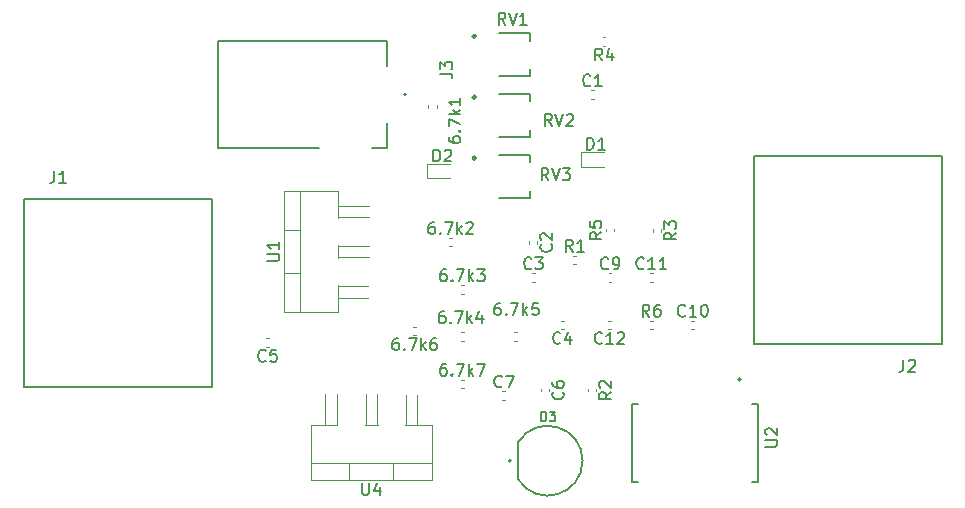
<source format=gbr>
%TF.GenerationSoftware,KiCad,Pcbnew,9.0.3*%
%TF.CreationDate,2025-12-02T00:44:41+11:00*%
%TF.ProjectId,guitar_amp,67756974-6172-45f6-916d-702e6b696361,rev?*%
%TF.SameCoordinates,Original*%
%TF.FileFunction,Legend,Top*%
%TF.FilePolarity,Positive*%
%FSLAX46Y46*%
G04 Gerber Fmt 4.6, Leading zero omitted, Abs format (unit mm)*
G04 Created by KiCad (PCBNEW 9.0.3) date 2025-12-02 00:44:41*
%MOMM*%
%LPD*%
G01*
G04 APERTURE LIST*
%ADD10C,0.150000*%
%ADD11C,0.120000*%
%ADD12C,0.127000*%
%ADD13C,0.200000*%
%ADD14C,0.240000*%
G04 APERTURE END LIST*
D10*
X193877142Y-90199580D02*
X193829523Y-90247200D01*
X193829523Y-90247200D02*
X193686666Y-90294819D01*
X193686666Y-90294819D02*
X193591428Y-90294819D01*
X193591428Y-90294819D02*
X193448571Y-90247200D01*
X193448571Y-90247200D02*
X193353333Y-90151961D01*
X193353333Y-90151961D02*
X193305714Y-90056723D01*
X193305714Y-90056723D02*
X193258095Y-89866247D01*
X193258095Y-89866247D02*
X193258095Y-89723390D01*
X193258095Y-89723390D02*
X193305714Y-89532914D01*
X193305714Y-89532914D02*
X193353333Y-89437676D01*
X193353333Y-89437676D02*
X193448571Y-89342438D01*
X193448571Y-89342438D02*
X193591428Y-89294819D01*
X193591428Y-89294819D02*
X193686666Y-89294819D01*
X193686666Y-89294819D02*
X193829523Y-89342438D01*
X193829523Y-89342438D02*
X193877142Y-89390057D01*
X194829523Y-90294819D02*
X194258095Y-90294819D01*
X194543809Y-90294819D02*
X194543809Y-89294819D01*
X194543809Y-89294819D02*
X194448571Y-89437676D01*
X194448571Y-89437676D02*
X194353333Y-89532914D01*
X194353333Y-89532914D02*
X194258095Y-89580533D01*
X195448571Y-89294819D02*
X195543809Y-89294819D01*
X195543809Y-89294819D02*
X195639047Y-89342438D01*
X195639047Y-89342438D02*
X195686666Y-89390057D01*
X195686666Y-89390057D02*
X195734285Y-89485295D01*
X195734285Y-89485295D02*
X195781904Y-89675771D01*
X195781904Y-89675771D02*
X195781904Y-89913866D01*
X195781904Y-89913866D02*
X195734285Y-90104342D01*
X195734285Y-90104342D02*
X195686666Y-90199580D01*
X195686666Y-90199580D02*
X195639047Y-90247200D01*
X195639047Y-90247200D02*
X195543809Y-90294819D01*
X195543809Y-90294819D02*
X195448571Y-90294819D01*
X195448571Y-90294819D02*
X195353333Y-90247200D01*
X195353333Y-90247200D02*
X195305714Y-90199580D01*
X195305714Y-90199580D02*
X195258095Y-90104342D01*
X195258095Y-90104342D02*
X195210476Y-89913866D01*
X195210476Y-89913866D02*
X195210476Y-89675771D01*
X195210476Y-89675771D02*
X195258095Y-89485295D01*
X195258095Y-89485295D02*
X195305714Y-89390057D01*
X195305714Y-89390057D02*
X195353333Y-89342438D01*
X195353333Y-89342438D02*
X195448571Y-89294819D01*
X173615238Y-94294819D02*
X173424762Y-94294819D01*
X173424762Y-94294819D02*
X173329524Y-94342438D01*
X173329524Y-94342438D02*
X173281905Y-94390057D01*
X173281905Y-94390057D02*
X173186667Y-94532914D01*
X173186667Y-94532914D02*
X173139048Y-94723390D01*
X173139048Y-94723390D02*
X173139048Y-95104342D01*
X173139048Y-95104342D02*
X173186667Y-95199580D01*
X173186667Y-95199580D02*
X173234286Y-95247200D01*
X173234286Y-95247200D02*
X173329524Y-95294819D01*
X173329524Y-95294819D02*
X173520000Y-95294819D01*
X173520000Y-95294819D02*
X173615238Y-95247200D01*
X173615238Y-95247200D02*
X173662857Y-95199580D01*
X173662857Y-95199580D02*
X173710476Y-95104342D01*
X173710476Y-95104342D02*
X173710476Y-94866247D01*
X173710476Y-94866247D02*
X173662857Y-94771009D01*
X173662857Y-94771009D02*
X173615238Y-94723390D01*
X173615238Y-94723390D02*
X173520000Y-94675771D01*
X173520000Y-94675771D02*
X173329524Y-94675771D01*
X173329524Y-94675771D02*
X173234286Y-94723390D01*
X173234286Y-94723390D02*
X173186667Y-94771009D01*
X173186667Y-94771009D02*
X173139048Y-94866247D01*
X174139048Y-95199580D02*
X174186667Y-95247200D01*
X174186667Y-95247200D02*
X174139048Y-95294819D01*
X174139048Y-95294819D02*
X174091429Y-95247200D01*
X174091429Y-95247200D02*
X174139048Y-95199580D01*
X174139048Y-95199580D02*
X174139048Y-95294819D01*
X174520000Y-94294819D02*
X175186666Y-94294819D01*
X175186666Y-94294819D02*
X174758095Y-95294819D01*
X175567619Y-95294819D02*
X175567619Y-94294819D01*
X175662857Y-94913866D02*
X175948571Y-95294819D01*
X175948571Y-94628152D02*
X175567619Y-95009104D01*
X176281905Y-94294819D02*
X176948571Y-94294819D01*
X176948571Y-94294819D02*
X176520000Y-95294819D01*
X158353333Y-94019580D02*
X158305714Y-94067200D01*
X158305714Y-94067200D02*
X158162857Y-94114819D01*
X158162857Y-94114819D02*
X158067619Y-94114819D01*
X158067619Y-94114819D02*
X157924762Y-94067200D01*
X157924762Y-94067200D02*
X157829524Y-93971961D01*
X157829524Y-93971961D02*
X157781905Y-93876723D01*
X157781905Y-93876723D02*
X157734286Y-93686247D01*
X157734286Y-93686247D02*
X157734286Y-93543390D01*
X157734286Y-93543390D02*
X157781905Y-93352914D01*
X157781905Y-93352914D02*
X157829524Y-93257676D01*
X157829524Y-93257676D02*
X157924762Y-93162438D01*
X157924762Y-93162438D02*
X158067619Y-93114819D01*
X158067619Y-93114819D02*
X158162857Y-93114819D01*
X158162857Y-93114819D02*
X158305714Y-93162438D01*
X158305714Y-93162438D02*
X158353333Y-93210057D01*
X159258095Y-93114819D02*
X158781905Y-93114819D01*
X158781905Y-93114819D02*
X158734286Y-93591009D01*
X158734286Y-93591009D02*
X158781905Y-93543390D01*
X158781905Y-93543390D02*
X158877143Y-93495771D01*
X158877143Y-93495771D02*
X159115238Y-93495771D01*
X159115238Y-93495771D02*
X159210476Y-93543390D01*
X159210476Y-93543390D02*
X159258095Y-93591009D01*
X159258095Y-93591009D02*
X159305714Y-93686247D01*
X159305714Y-93686247D02*
X159305714Y-93924342D01*
X159305714Y-93924342D02*
X159258095Y-94019580D01*
X159258095Y-94019580D02*
X159210476Y-94067200D01*
X159210476Y-94067200D02*
X159115238Y-94114819D01*
X159115238Y-94114819D02*
X158877143Y-94114819D01*
X158877143Y-94114819D02*
X158781905Y-94067200D01*
X158781905Y-94067200D02*
X158734286Y-94019580D01*
X190853333Y-90294819D02*
X190520000Y-89818628D01*
X190281905Y-90294819D02*
X190281905Y-89294819D01*
X190281905Y-89294819D02*
X190662857Y-89294819D01*
X190662857Y-89294819D02*
X190758095Y-89342438D01*
X190758095Y-89342438D02*
X190805714Y-89390057D01*
X190805714Y-89390057D02*
X190853333Y-89485295D01*
X190853333Y-89485295D02*
X190853333Y-89628152D01*
X190853333Y-89628152D02*
X190805714Y-89723390D01*
X190805714Y-89723390D02*
X190758095Y-89771009D01*
X190758095Y-89771009D02*
X190662857Y-89818628D01*
X190662857Y-89818628D02*
X190281905Y-89818628D01*
X191710476Y-89294819D02*
X191520000Y-89294819D01*
X191520000Y-89294819D02*
X191424762Y-89342438D01*
X191424762Y-89342438D02*
X191377143Y-89390057D01*
X191377143Y-89390057D02*
X191281905Y-89532914D01*
X191281905Y-89532914D02*
X191234286Y-89723390D01*
X191234286Y-89723390D02*
X191234286Y-90104342D01*
X191234286Y-90104342D02*
X191281905Y-90199580D01*
X191281905Y-90199580D02*
X191329524Y-90247200D01*
X191329524Y-90247200D02*
X191424762Y-90294819D01*
X191424762Y-90294819D02*
X191615238Y-90294819D01*
X191615238Y-90294819D02*
X191710476Y-90247200D01*
X191710476Y-90247200D02*
X191758095Y-90199580D01*
X191758095Y-90199580D02*
X191805714Y-90104342D01*
X191805714Y-90104342D02*
X191805714Y-89866247D01*
X191805714Y-89866247D02*
X191758095Y-89771009D01*
X191758095Y-89771009D02*
X191710476Y-89723390D01*
X191710476Y-89723390D02*
X191615238Y-89675771D01*
X191615238Y-89675771D02*
X191424762Y-89675771D01*
X191424762Y-89675771D02*
X191329524Y-89723390D01*
X191329524Y-89723390D02*
X191281905Y-89771009D01*
X191281905Y-89771009D02*
X191234286Y-89866247D01*
X178353333Y-96199580D02*
X178305714Y-96247200D01*
X178305714Y-96247200D02*
X178162857Y-96294819D01*
X178162857Y-96294819D02*
X178067619Y-96294819D01*
X178067619Y-96294819D02*
X177924762Y-96247200D01*
X177924762Y-96247200D02*
X177829524Y-96151961D01*
X177829524Y-96151961D02*
X177781905Y-96056723D01*
X177781905Y-96056723D02*
X177734286Y-95866247D01*
X177734286Y-95866247D02*
X177734286Y-95723390D01*
X177734286Y-95723390D02*
X177781905Y-95532914D01*
X177781905Y-95532914D02*
X177829524Y-95437676D01*
X177829524Y-95437676D02*
X177924762Y-95342438D01*
X177924762Y-95342438D02*
X178067619Y-95294819D01*
X178067619Y-95294819D02*
X178162857Y-95294819D01*
X178162857Y-95294819D02*
X178305714Y-95342438D01*
X178305714Y-95342438D02*
X178353333Y-95390057D01*
X178686667Y-95294819D02*
X179353333Y-95294819D01*
X179353333Y-95294819D02*
X178924762Y-96294819D01*
X172615238Y-82294819D02*
X172424762Y-82294819D01*
X172424762Y-82294819D02*
X172329524Y-82342438D01*
X172329524Y-82342438D02*
X172281905Y-82390057D01*
X172281905Y-82390057D02*
X172186667Y-82532914D01*
X172186667Y-82532914D02*
X172139048Y-82723390D01*
X172139048Y-82723390D02*
X172139048Y-83104342D01*
X172139048Y-83104342D02*
X172186667Y-83199580D01*
X172186667Y-83199580D02*
X172234286Y-83247200D01*
X172234286Y-83247200D02*
X172329524Y-83294819D01*
X172329524Y-83294819D02*
X172520000Y-83294819D01*
X172520000Y-83294819D02*
X172615238Y-83247200D01*
X172615238Y-83247200D02*
X172662857Y-83199580D01*
X172662857Y-83199580D02*
X172710476Y-83104342D01*
X172710476Y-83104342D02*
X172710476Y-82866247D01*
X172710476Y-82866247D02*
X172662857Y-82771009D01*
X172662857Y-82771009D02*
X172615238Y-82723390D01*
X172615238Y-82723390D02*
X172520000Y-82675771D01*
X172520000Y-82675771D02*
X172329524Y-82675771D01*
X172329524Y-82675771D02*
X172234286Y-82723390D01*
X172234286Y-82723390D02*
X172186667Y-82771009D01*
X172186667Y-82771009D02*
X172139048Y-82866247D01*
X173139048Y-83199580D02*
X173186667Y-83247200D01*
X173186667Y-83247200D02*
X173139048Y-83294819D01*
X173139048Y-83294819D02*
X173091429Y-83247200D01*
X173091429Y-83247200D02*
X173139048Y-83199580D01*
X173139048Y-83199580D02*
X173139048Y-83294819D01*
X173520000Y-82294819D02*
X174186666Y-82294819D01*
X174186666Y-82294819D02*
X173758095Y-83294819D01*
X174567619Y-83294819D02*
X174567619Y-82294819D01*
X174662857Y-82913866D02*
X174948571Y-83294819D01*
X174948571Y-82628152D02*
X174567619Y-83009104D01*
X175329524Y-82390057D02*
X175377143Y-82342438D01*
X175377143Y-82342438D02*
X175472381Y-82294819D01*
X175472381Y-82294819D02*
X175710476Y-82294819D01*
X175710476Y-82294819D02*
X175805714Y-82342438D01*
X175805714Y-82342438D02*
X175853333Y-82390057D01*
X175853333Y-82390057D02*
X175900952Y-82485295D01*
X175900952Y-82485295D02*
X175900952Y-82580533D01*
X175900952Y-82580533D02*
X175853333Y-82723390D01*
X175853333Y-82723390D02*
X175281905Y-83294819D01*
X175281905Y-83294819D02*
X175900952Y-83294819D01*
X200676476Y-101306076D02*
X201489710Y-101306076D01*
X201489710Y-101306076D02*
X201585384Y-101258239D01*
X201585384Y-101258239D02*
X201633222Y-101210402D01*
X201633222Y-101210402D02*
X201681059Y-101114727D01*
X201681059Y-101114727D02*
X201681059Y-100923378D01*
X201681059Y-100923378D02*
X201633222Y-100827703D01*
X201633222Y-100827703D02*
X201585384Y-100779866D01*
X201585384Y-100779866D02*
X201489710Y-100732029D01*
X201489710Y-100732029D02*
X200676476Y-100732029D01*
X200772150Y-100301493D02*
X200724313Y-100253656D01*
X200724313Y-100253656D02*
X200676476Y-100157982D01*
X200676476Y-100157982D02*
X200676476Y-99918795D01*
X200676476Y-99918795D02*
X200724313Y-99823121D01*
X200724313Y-99823121D02*
X200772150Y-99775283D01*
X200772150Y-99775283D02*
X200867825Y-99727446D01*
X200867825Y-99727446D02*
X200963500Y-99727446D01*
X200963500Y-99727446D02*
X201107011Y-99775283D01*
X201107011Y-99775283D02*
X201681059Y-100349331D01*
X201681059Y-100349331D02*
X201681059Y-99727446D01*
X190377142Y-86199580D02*
X190329523Y-86247200D01*
X190329523Y-86247200D02*
X190186666Y-86294819D01*
X190186666Y-86294819D02*
X190091428Y-86294819D01*
X190091428Y-86294819D02*
X189948571Y-86247200D01*
X189948571Y-86247200D02*
X189853333Y-86151961D01*
X189853333Y-86151961D02*
X189805714Y-86056723D01*
X189805714Y-86056723D02*
X189758095Y-85866247D01*
X189758095Y-85866247D02*
X189758095Y-85723390D01*
X189758095Y-85723390D02*
X189805714Y-85532914D01*
X189805714Y-85532914D02*
X189853333Y-85437676D01*
X189853333Y-85437676D02*
X189948571Y-85342438D01*
X189948571Y-85342438D02*
X190091428Y-85294819D01*
X190091428Y-85294819D02*
X190186666Y-85294819D01*
X190186666Y-85294819D02*
X190329523Y-85342438D01*
X190329523Y-85342438D02*
X190377142Y-85390057D01*
X191329523Y-86294819D02*
X190758095Y-86294819D01*
X191043809Y-86294819D02*
X191043809Y-85294819D01*
X191043809Y-85294819D02*
X190948571Y-85437676D01*
X190948571Y-85437676D02*
X190853333Y-85532914D01*
X190853333Y-85532914D02*
X190758095Y-85580533D01*
X192281904Y-86294819D02*
X191710476Y-86294819D01*
X191996190Y-86294819D02*
X191996190Y-85294819D01*
X191996190Y-85294819D02*
X191900952Y-85437676D01*
X191900952Y-85437676D02*
X191805714Y-85532914D01*
X191805714Y-85532914D02*
X191710476Y-85580533D01*
X193114819Y-83186666D02*
X192638628Y-83519999D01*
X193114819Y-83758094D02*
X192114819Y-83758094D01*
X192114819Y-83758094D02*
X192114819Y-83377142D01*
X192114819Y-83377142D02*
X192162438Y-83281904D01*
X192162438Y-83281904D02*
X192210057Y-83234285D01*
X192210057Y-83234285D02*
X192305295Y-83186666D01*
X192305295Y-83186666D02*
X192448152Y-83186666D01*
X192448152Y-83186666D02*
X192543390Y-83234285D01*
X192543390Y-83234285D02*
X192591009Y-83281904D01*
X192591009Y-83281904D02*
X192638628Y-83377142D01*
X192638628Y-83377142D02*
X192638628Y-83758094D01*
X192114819Y-82853332D02*
X192114819Y-82234285D01*
X192114819Y-82234285D02*
X192495771Y-82567618D01*
X192495771Y-82567618D02*
X192495771Y-82424761D01*
X192495771Y-82424761D02*
X192543390Y-82329523D01*
X192543390Y-82329523D02*
X192591009Y-82281904D01*
X192591009Y-82281904D02*
X192686247Y-82234285D01*
X192686247Y-82234285D02*
X192924342Y-82234285D01*
X192924342Y-82234285D02*
X193019580Y-82281904D01*
X193019580Y-82281904D02*
X193067200Y-82329523D01*
X193067200Y-82329523D02*
X193114819Y-82424761D01*
X193114819Y-82424761D02*
X193114819Y-82710475D01*
X193114819Y-82710475D02*
X193067200Y-82805713D01*
X193067200Y-82805713D02*
X193019580Y-82853332D01*
X187353333Y-86199580D02*
X187305714Y-86247200D01*
X187305714Y-86247200D02*
X187162857Y-86294819D01*
X187162857Y-86294819D02*
X187067619Y-86294819D01*
X187067619Y-86294819D02*
X186924762Y-86247200D01*
X186924762Y-86247200D02*
X186829524Y-86151961D01*
X186829524Y-86151961D02*
X186781905Y-86056723D01*
X186781905Y-86056723D02*
X186734286Y-85866247D01*
X186734286Y-85866247D02*
X186734286Y-85723390D01*
X186734286Y-85723390D02*
X186781905Y-85532914D01*
X186781905Y-85532914D02*
X186829524Y-85437676D01*
X186829524Y-85437676D02*
X186924762Y-85342438D01*
X186924762Y-85342438D02*
X187067619Y-85294819D01*
X187067619Y-85294819D02*
X187162857Y-85294819D01*
X187162857Y-85294819D02*
X187305714Y-85342438D01*
X187305714Y-85342438D02*
X187353333Y-85390057D01*
X187829524Y-86294819D02*
X188020000Y-86294819D01*
X188020000Y-86294819D02*
X188115238Y-86247200D01*
X188115238Y-86247200D02*
X188162857Y-86199580D01*
X188162857Y-86199580D02*
X188258095Y-86056723D01*
X188258095Y-86056723D02*
X188305714Y-85866247D01*
X188305714Y-85866247D02*
X188305714Y-85485295D01*
X188305714Y-85485295D02*
X188258095Y-85390057D01*
X188258095Y-85390057D02*
X188210476Y-85342438D01*
X188210476Y-85342438D02*
X188115238Y-85294819D01*
X188115238Y-85294819D02*
X187924762Y-85294819D01*
X187924762Y-85294819D02*
X187829524Y-85342438D01*
X187829524Y-85342438D02*
X187781905Y-85390057D01*
X187781905Y-85390057D02*
X187734286Y-85485295D01*
X187734286Y-85485295D02*
X187734286Y-85723390D01*
X187734286Y-85723390D02*
X187781905Y-85818628D01*
X187781905Y-85818628D02*
X187829524Y-85866247D01*
X187829524Y-85866247D02*
X187924762Y-85913866D01*
X187924762Y-85913866D02*
X188115238Y-85913866D01*
X188115238Y-85913866D02*
X188210476Y-85866247D01*
X188210476Y-85866247D02*
X188258095Y-85818628D01*
X188258095Y-85818628D02*
X188305714Y-85723390D01*
X186853333Y-68614819D02*
X186520000Y-68138628D01*
X186281905Y-68614819D02*
X186281905Y-67614819D01*
X186281905Y-67614819D02*
X186662857Y-67614819D01*
X186662857Y-67614819D02*
X186758095Y-67662438D01*
X186758095Y-67662438D02*
X186805714Y-67710057D01*
X186805714Y-67710057D02*
X186853333Y-67805295D01*
X186853333Y-67805295D02*
X186853333Y-67948152D01*
X186853333Y-67948152D02*
X186805714Y-68043390D01*
X186805714Y-68043390D02*
X186758095Y-68091009D01*
X186758095Y-68091009D02*
X186662857Y-68138628D01*
X186662857Y-68138628D02*
X186281905Y-68138628D01*
X187710476Y-67948152D02*
X187710476Y-68614819D01*
X187472381Y-67567200D02*
X187234286Y-68281485D01*
X187234286Y-68281485D02*
X187853333Y-68281485D01*
X173154819Y-69733333D02*
X173869104Y-69733333D01*
X173869104Y-69733333D02*
X174011961Y-69780952D01*
X174011961Y-69780952D02*
X174107200Y-69876190D01*
X174107200Y-69876190D02*
X174154819Y-70019047D01*
X174154819Y-70019047D02*
X174154819Y-70114285D01*
X173154819Y-69352380D02*
X173154819Y-68733333D01*
X173154819Y-68733333D02*
X173535771Y-69066666D01*
X173535771Y-69066666D02*
X173535771Y-68923809D01*
X173535771Y-68923809D02*
X173583390Y-68828571D01*
X173583390Y-68828571D02*
X173631009Y-68780952D01*
X173631009Y-68780952D02*
X173726247Y-68733333D01*
X173726247Y-68733333D02*
X173964342Y-68733333D01*
X173964342Y-68733333D02*
X174059580Y-68780952D01*
X174059580Y-68780952D02*
X174107200Y-68828571D01*
X174107200Y-68828571D02*
X174154819Y-68923809D01*
X174154819Y-68923809D02*
X174154819Y-69209523D01*
X174154819Y-69209523D02*
X174107200Y-69304761D01*
X174107200Y-69304761D02*
X174059580Y-69352380D01*
X173495238Y-89854819D02*
X173304762Y-89854819D01*
X173304762Y-89854819D02*
X173209524Y-89902438D01*
X173209524Y-89902438D02*
X173161905Y-89950057D01*
X173161905Y-89950057D02*
X173066667Y-90092914D01*
X173066667Y-90092914D02*
X173019048Y-90283390D01*
X173019048Y-90283390D02*
X173019048Y-90664342D01*
X173019048Y-90664342D02*
X173066667Y-90759580D01*
X173066667Y-90759580D02*
X173114286Y-90807200D01*
X173114286Y-90807200D02*
X173209524Y-90854819D01*
X173209524Y-90854819D02*
X173400000Y-90854819D01*
X173400000Y-90854819D02*
X173495238Y-90807200D01*
X173495238Y-90807200D02*
X173542857Y-90759580D01*
X173542857Y-90759580D02*
X173590476Y-90664342D01*
X173590476Y-90664342D02*
X173590476Y-90426247D01*
X173590476Y-90426247D02*
X173542857Y-90331009D01*
X173542857Y-90331009D02*
X173495238Y-90283390D01*
X173495238Y-90283390D02*
X173400000Y-90235771D01*
X173400000Y-90235771D02*
X173209524Y-90235771D01*
X173209524Y-90235771D02*
X173114286Y-90283390D01*
X173114286Y-90283390D02*
X173066667Y-90331009D01*
X173066667Y-90331009D02*
X173019048Y-90426247D01*
X174019048Y-90759580D02*
X174066667Y-90807200D01*
X174066667Y-90807200D02*
X174019048Y-90854819D01*
X174019048Y-90854819D02*
X173971429Y-90807200D01*
X173971429Y-90807200D02*
X174019048Y-90759580D01*
X174019048Y-90759580D02*
X174019048Y-90854819D01*
X174400000Y-89854819D02*
X175066666Y-89854819D01*
X175066666Y-89854819D02*
X174638095Y-90854819D01*
X175447619Y-90854819D02*
X175447619Y-89854819D01*
X175542857Y-90473866D02*
X175828571Y-90854819D01*
X175828571Y-90188152D02*
X175447619Y-90569104D01*
X176685714Y-90188152D02*
X176685714Y-90854819D01*
X176447619Y-89807200D02*
X176209524Y-90521485D01*
X176209524Y-90521485D02*
X176828571Y-90521485D01*
X182519580Y-84186666D02*
X182567200Y-84234285D01*
X182567200Y-84234285D02*
X182614819Y-84377142D01*
X182614819Y-84377142D02*
X182614819Y-84472380D01*
X182614819Y-84472380D02*
X182567200Y-84615237D01*
X182567200Y-84615237D02*
X182471961Y-84710475D01*
X182471961Y-84710475D02*
X182376723Y-84758094D01*
X182376723Y-84758094D02*
X182186247Y-84805713D01*
X182186247Y-84805713D02*
X182043390Y-84805713D01*
X182043390Y-84805713D02*
X181852914Y-84758094D01*
X181852914Y-84758094D02*
X181757676Y-84710475D01*
X181757676Y-84710475D02*
X181662438Y-84615237D01*
X181662438Y-84615237D02*
X181614819Y-84472380D01*
X181614819Y-84472380D02*
X181614819Y-84377142D01*
X181614819Y-84377142D02*
X181662438Y-84234285D01*
X181662438Y-84234285D02*
X181710057Y-84186666D01*
X181710057Y-83805713D02*
X181662438Y-83758094D01*
X181662438Y-83758094D02*
X181614819Y-83662856D01*
X181614819Y-83662856D02*
X181614819Y-83424761D01*
X181614819Y-83424761D02*
X181662438Y-83329523D01*
X181662438Y-83329523D02*
X181710057Y-83281904D01*
X181710057Y-83281904D02*
X181805295Y-83234285D01*
X181805295Y-83234285D02*
X181900533Y-83234285D01*
X181900533Y-83234285D02*
X182043390Y-83281904D01*
X182043390Y-83281904D02*
X182614819Y-83853332D01*
X182614819Y-83853332D02*
X182614819Y-83234285D01*
X185853333Y-70699580D02*
X185805714Y-70747200D01*
X185805714Y-70747200D02*
X185662857Y-70794819D01*
X185662857Y-70794819D02*
X185567619Y-70794819D01*
X185567619Y-70794819D02*
X185424762Y-70747200D01*
X185424762Y-70747200D02*
X185329524Y-70651961D01*
X185329524Y-70651961D02*
X185281905Y-70556723D01*
X185281905Y-70556723D02*
X185234286Y-70366247D01*
X185234286Y-70366247D02*
X185234286Y-70223390D01*
X185234286Y-70223390D02*
X185281905Y-70032914D01*
X185281905Y-70032914D02*
X185329524Y-69937676D01*
X185329524Y-69937676D02*
X185424762Y-69842438D01*
X185424762Y-69842438D02*
X185567619Y-69794819D01*
X185567619Y-69794819D02*
X185662857Y-69794819D01*
X185662857Y-69794819D02*
X185805714Y-69842438D01*
X185805714Y-69842438D02*
X185853333Y-69890057D01*
X186805714Y-70794819D02*
X186234286Y-70794819D01*
X186520000Y-70794819D02*
X186520000Y-69794819D01*
X186520000Y-69794819D02*
X186424762Y-69937676D01*
X186424762Y-69937676D02*
X186329524Y-70032914D01*
X186329524Y-70032914D02*
X186234286Y-70080533D01*
X187614819Y-96686666D02*
X187138628Y-97019999D01*
X187614819Y-97258094D02*
X186614819Y-97258094D01*
X186614819Y-97258094D02*
X186614819Y-96877142D01*
X186614819Y-96877142D02*
X186662438Y-96781904D01*
X186662438Y-96781904D02*
X186710057Y-96734285D01*
X186710057Y-96734285D02*
X186805295Y-96686666D01*
X186805295Y-96686666D02*
X186948152Y-96686666D01*
X186948152Y-96686666D02*
X187043390Y-96734285D01*
X187043390Y-96734285D02*
X187091009Y-96781904D01*
X187091009Y-96781904D02*
X187138628Y-96877142D01*
X187138628Y-96877142D02*
X187138628Y-97258094D01*
X186710057Y-96305713D02*
X186662438Y-96258094D01*
X186662438Y-96258094D02*
X186614819Y-96162856D01*
X186614819Y-96162856D02*
X186614819Y-95924761D01*
X186614819Y-95924761D02*
X186662438Y-95829523D01*
X186662438Y-95829523D02*
X186710057Y-95781904D01*
X186710057Y-95781904D02*
X186805295Y-95734285D01*
X186805295Y-95734285D02*
X186900533Y-95734285D01*
X186900533Y-95734285D02*
X187043390Y-95781904D01*
X187043390Y-95781904D02*
X187614819Y-96353332D01*
X187614819Y-96353332D02*
X187614819Y-95734285D01*
X173615238Y-86294819D02*
X173424762Y-86294819D01*
X173424762Y-86294819D02*
X173329524Y-86342438D01*
X173329524Y-86342438D02*
X173281905Y-86390057D01*
X173281905Y-86390057D02*
X173186667Y-86532914D01*
X173186667Y-86532914D02*
X173139048Y-86723390D01*
X173139048Y-86723390D02*
X173139048Y-87104342D01*
X173139048Y-87104342D02*
X173186667Y-87199580D01*
X173186667Y-87199580D02*
X173234286Y-87247200D01*
X173234286Y-87247200D02*
X173329524Y-87294819D01*
X173329524Y-87294819D02*
X173520000Y-87294819D01*
X173520000Y-87294819D02*
X173615238Y-87247200D01*
X173615238Y-87247200D02*
X173662857Y-87199580D01*
X173662857Y-87199580D02*
X173710476Y-87104342D01*
X173710476Y-87104342D02*
X173710476Y-86866247D01*
X173710476Y-86866247D02*
X173662857Y-86771009D01*
X173662857Y-86771009D02*
X173615238Y-86723390D01*
X173615238Y-86723390D02*
X173520000Y-86675771D01*
X173520000Y-86675771D02*
X173329524Y-86675771D01*
X173329524Y-86675771D02*
X173234286Y-86723390D01*
X173234286Y-86723390D02*
X173186667Y-86771009D01*
X173186667Y-86771009D02*
X173139048Y-86866247D01*
X174139048Y-87199580D02*
X174186667Y-87247200D01*
X174186667Y-87247200D02*
X174139048Y-87294819D01*
X174139048Y-87294819D02*
X174091429Y-87247200D01*
X174091429Y-87247200D02*
X174139048Y-87199580D01*
X174139048Y-87199580D02*
X174139048Y-87294819D01*
X174520000Y-86294819D02*
X175186666Y-86294819D01*
X175186666Y-86294819D02*
X174758095Y-87294819D01*
X175567619Y-87294819D02*
X175567619Y-86294819D01*
X175662857Y-86913866D02*
X175948571Y-87294819D01*
X175948571Y-86628152D02*
X175567619Y-87009104D01*
X176281905Y-86294819D02*
X176900952Y-86294819D01*
X176900952Y-86294819D02*
X176567619Y-86675771D01*
X176567619Y-86675771D02*
X176710476Y-86675771D01*
X176710476Y-86675771D02*
X176805714Y-86723390D01*
X176805714Y-86723390D02*
X176853333Y-86771009D01*
X176853333Y-86771009D02*
X176900952Y-86866247D01*
X176900952Y-86866247D02*
X176900952Y-87104342D01*
X176900952Y-87104342D02*
X176853333Y-87199580D01*
X176853333Y-87199580D02*
X176805714Y-87247200D01*
X176805714Y-87247200D02*
X176710476Y-87294819D01*
X176710476Y-87294819D02*
X176424762Y-87294819D01*
X176424762Y-87294819D02*
X176329524Y-87247200D01*
X176329524Y-87247200D02*
X176281905Y-87199580D01*
X182304664Y-78754895D02*
X181971276Y-78278626D01*
X181733141Y-78754895D02*
X181733141Y-77754730D01*
X181733141Y-77754730D02*
X182114156Y-77754730D01*
X182114156Y-77754730D02*
X182209410Y-77802357D01*
X182209410Y-77802357D02*
X182257037Y-77849984D01*
X182257037Y-77849984D02*
X182304664Y-77945238D01*
X182304664Y-77945238D02*
X182304664Y-78088119D01*
X182304664Y-78088119D02*
X182257037Y-78183373D01*
X182257037Y-78183373D02*
X182209410Y-78230999D01*
X182209410Y-78230999D02*
X182114156Y-78278626D01*
X182114156Y-78278626D02*
X181733141Y-78278626D01*
X182590425Y-77754730D02*
X182923814Y-78754895D01*
X182923814Y-78754895D02*
X183257202Y-77754730D01*
X183495336Y-77754730D02*
X184114486Y-77754730D01*
X184114486Y-77754730D02*
X183781098Y-78135746D01*
X183781098Y-78135746D02*
X183923978Y-78135746D01*
X183923978Y-78135746D02*
X184019232Y-78183373D01*
X184019232Y-78183373D02*
X184066859Y-78230999D01*
X184066859Y-78230999D02*
X184114486Y-78326253D01*
X184114486Y-78326253D02*
X184114486Y-78564388D01*
X184114486Y-78564388D02*
X184066859Y-78659642D01*
X184066859Y-78659642D02*
X184019232Y-78707269D01*
X184019232Y-78707269D02*
X183923978Y-78754895D01*
X183923978Y-78754895D02*
X183638217Y-78754895D01*
X183638217Y-78754895D02*
X183542963Y-78707269D01*
X183542963Y-78707269D02*
X183495336Y-78659642D01*
X184353333Y-84794819D02*
X184020000Y-84318628D01*
X183781905Y-84794819D02*
X183781905Y-83794819D01*
X183781905Y-83794819D02*
X184162857Y-83794819D01*
X184162857Y-83794819D02*
X184258095Y-83842438D01*
X184258095Y-83842438D02*
X184305714Y-83890057D01*
X184305714Y-83890057D02*
X184353333Y-83985295D01*
X184353333Y-83985295D02*
X184353333Y-84128152D01*
X184353333Y-84128152D02*
X184305714Y-84223390D01*
X184305714Y-84223390D02*
X184258095Y-84271009D01*
X184258095Y-84271009D02*
X184162857Y-84318628D01*
X184162857Y-84318628D02*
X183781905Y-84318628D01*
X185305714Y-84794819D02*
X184734286Y-84794819D01*
X185020000Y-84794819D02*
X185020000Y-83794819D01*
X185020000Y-83794819D02*
X184924762Y-83937676D01*
X184924762Y-83937676D02*
X184829524Y-84032914D01*
X184829524Y-84032914D02*
X184734286Y-84080533D01*
X166538095Y-104404819D02*
X166538095Y-105214342D01*
X166538095Y-105214342D02*
X166585714Y-105309580D01*
X166585714Y-105309580D02*
X166633333Y-105357200D01*
X166633333Y-105357200D02*
X166728571Y-105404819D01*
X166728571Y-105404819D02*
X166919047Y-105404819D01*
X166919047Y-105404819D02*
X167014285Y-105357200D01*
X167014285Y-105357200D02*
X167061904Y-105309580D01*
X167061904Y-105309580D02*
X167109523Y-105214342D01*
X167109523Y-105214342D02*
X167109523Y-104404819D01*
X168014285Y-104738152D02*
X168014285Y-105404819D01*
X167776190Y-104357200D02*
X167538095Y-105071485D01*
X167538095Y-105071485D02*
X168157142Y-105071485D01*
X180853333Y-86199580D02*
X180805714Y-86247200D01*
X180805714Y-86247200D02*
X180662857Y-86294819D01*
X180662857Y-86294819D02*
X180567619Y-86294819D01*
X180567619Y-86294819D02*
X180424762Y-86247200D01*
X180424762Y-86247200D02*
X180329524Y-86151961D01*
X180329524Y-86151961D02*
X180281905Y-86056723D01*
X180281905Y-86056723D02*
X180234286Y-85866247D01*
X180234286Y-85866247D02*
X180234286Y-85723390D01*
X180234286Y-85723390D02*
X180281905Y-85532914D01*
X180281905Y-85532914D02*
X180329524Y-85437676D01*
X180329524Y-85437676D02*
X180424762Y-85342438D01*
X180424762Y-85342438D02*
X180567619Y-85294819D01*
X180567619Y-85294819D02*
X180662857Y-85294819D01*
X180662857Y-85294819D02*
X180805714Y-85342438D01*
X180805714Y-85342438D02*
X180853333Y-85390057D01*
X181186667Y-85294819D02*
X181805714Y-85294819D01*
X181805714Y-85294819D02*
X181472381Y-85675771D01*
X181472381Y-85675771D02*
X181615238Y-85675771D01*
X181615238Y-85675771D02*
X181710476Y-85723390D01*
X181710476Y-85723390D02*
X181758095Y-85771009D01*
X181758095Y-85771009D02*
X181805714Y-85866247D01*
X181805714Y-85866247D02*
X181805714Y-86104342D01*
X181805714Y-86104342D02*
X181758095Y-86199580D01*
X181758095Y-86199580D02*
X181710476Y-86247200D01*
X181710476Y-86247200D02*
X181615238Y-86294819D01*
X181615238Y-86294819D02*
X181329524Y-86294819D01*
X181329524Y-86294819D02*
X181234286Y-86247200D01*
X181234286Y-86247200D02*
X181186667Y-86199580D01*
X186837142Y-92519580D02*
X186789523Y-92567200D01*
X186789523Y-92567200D02*
X186646666Y-92614819D01*
X186646666Y-92614819D02*
X186551428Y-92614819D01*
X186551428Y-92614819D02*
X186408571Y-92567200D01*
X186408571Y-92567200D02*
X186313333Y-92471961D01*
X186313333Y-92471961D02*
X186265714Y-92376723D01*
X186265714Y-92376723D02*
X186218095Y-92186247D01*
X186218095Y-92186247D02*
X186218095Y-92043390D01*
X186218095Y-92043390D02*
X186265714Y-91852914D01*
X186265714Y-91852914D02*
X186313333Y-91757676D01*
X186313333Y-91757676D02*
X186408571Y-91662438D01*
X186408571Y-91662438D02*
X186551428Y-91614819D01*
X186551428Y-91614819D02*
X186646666Y-91614819D01*
X186646666Y-91614819D02*
X186789523Y-91662438D01*
X186789523Y-91662438D02*
X186837142Y-91710057D01*
X187789523Y-92614819D02*
X187218095Y-92614819D01*
X187503809Y-92614819D02*
X187503809Y-91614819D01*
X187503809Y-91614819D02*
X187408571Y-91757676D01*
X187408571Y-91757676D02*
X187313333Y-91852914D01*
X187313333Y-91852914D02*
X187218095Y-91900533D01*
X188170476Y-91710057D02*
X188218095Y-91662438D01*
X188218095Y-91662438D02*
X188313333Y-91614819D01*
X188313333Y-91614819D02*
X188551428Y-91614819D01*
X188551428Y-91614819D02*
X188646666Y-91662438D01*
X188646666Y-91662438D02*
X188694285Y-91710057D01*
X188694285Y-91710057D02*
X188741904Y-91805295D01*
X188741904Y-91805295D02*
X188741904Y-91900533D01*
X188741904Y-91900533D02*
X188694285Y-92043390D01*
X188694285Y-92043390D02*
X188122857Y-92614819D01*
X188122857Y-92614819D02*
X188741904Y-92614819D01*
X181679524Y-99154295D02*
X181679524Y-98354295D01*
X181679524Y-98354295D02*
X181870000Y-98354295D01*
X181870000Y-98354295D02*
X181984286Y-98392390D01*
X181984286Y-98392390D02*
X182060476Y-98468580D01*
X182060476Y-98468580D02*
X182098571Y-98544771D01*
X182098571Y-98544771D02*
X182136667Y-98697152D01*
X182136667Y-98697152D02*
X182136667Y-98811438D01*
X182136667Y-98811438D02*
X182098571Y-98963819D01*
X182098571Y-98963819D02*
X182060476Y-99040009D01*
X182060476Y-99040009D02*
X181984286Y-99116200D01*
X181984286Y-99116200D02*
X181870000Y-99154295D01*
X181870000Y-99154295D02*
X181679524Y-99154295D01*
X182403333Y-98354295D02*
X182898571Y-98354295D01*
X182898571Y-98354295D02*
X182631905Y-98659057D01*
X182631905Y-98659057D02*
X182746190Y-98659057D01*
X182746190Y-98659057D02*
X182822381Y-98697152D01*
X182822381Y-98697152D02*
X182860476Y-98735247D01*
X182860476Y-98735247D02*
X182898571Y-98811438D01*
X182898571Y-98811438D02*
X182898571Y-99001914D01*
X182898571Y-99001914D02*
X182860476Y-99078104D01*
X182860476Y-99078104D02*
X182822381Y-99116200D01*
X182822381Y-99116200D02*
X182746190Y-99154295D01*
X182746190Y-99154295D02*
X182517619Y-99154295D01*
X182517619Y-99154295D02*
X182441428Y-99116200D01*
X182441428Y-99116200D02*
X182403333Y-99078104D01*
X169575238Y-92114819D02*
X169384762Y-92114819D01*
X169384762Y-92114819D02*
X169289524Y-92162438D01*
X169289524Y-92162438D02*
X169241905Y-92210057D01*
X169241905Y-92210057D02*
X169146667Y-92352914D01*
X169146667Y-92352914D02*
X169099048Y-92543390D01*
X169099048Y-92543390D02*
X169099048Y-92924342D01*
X169099048Y-92924342D02*
X169146667Y-93019580D01*
X169146667Y-93019580D02*
X169194286Y-93067200D01*
X169194286Y-93067200D02*
X169289524Y-93114819D01*
X169289524Y-93114819D02*
X169480000Y-93114819D01*
X169480000Y-93114819D02*
X169575238Y-93067200D01*
X169575238Y-93067200D02*
X169622857Y-93019580D01*
X169622857Y-93019580D02*
X169670476Y-92924342D01*
X169670476Y-92924342D02*
X169670476Y-92686247D01*
X169670476Y-92686247D02*
X169622857Y-92591009D01*
X169622857Y-92591009D02*
X169575238Y-92543390D01*
X169575238Y-92543390D02*
X169480000Y-92495771D01*
X169480000Y-92495771D02*
X169289524Y-92495771D01*
X169289524Y-92495771D02*
X169194286Y-92543390D01*
X169194286Y-92543390D02*
X169146667Y-92591009D01*
X169146667Y-92591009D02*
X169099048Y-92686247D01*
X170099048Y-93019580D02*
X170146667Y-93067200D01*
X170146667Y-93067200D02*
X170099048Y-93114819D01*
X170099048Y-93114819D02*
X170051429Y-93067200D01*
X170051429Y-93067200D02*
X170099048Y-93019580D01*
X170099048Y-93019580D02*
X170099048Y-93114819D01*
X170480000Y-92114819D02*
X171146666Y-92114819D01*
X171146666Y-92114819D02*
X170718095Y-93114819D01*
X171527619Y-93114819D02*
X171527619Y-92114819D01*
X171622857Y-92733866D02*
X171908571Y-93114819D01*
X171908571Y-92448152D02*
X171527619Y-92829104D01*
X172765714Y-92114819D02*
X172575238Y-92114819D01*
X172575238Y-92114819D02*
X172480000Y-92162438D01*
X172480000Y-92162438D02*
X172432381Y-92210057D01*
X172432381Y-92210057D02*
X172337143Y-92352914D01*
X172337143Y-92352914D02*
X172289524Y-92543390D01*
X172289524Y-92543390D02*
X172289524Y-92924342D01*
X172289524Y-92924342D02*
X172337143Y-93019580D01*
X172337143Y-93019580D02*
X172384762Y-93067200D01*
X172384762Y-93067200D02*
X172480000Y-93114819D01*
X172480000Y-93114819D02*
X172670476Y-93114819D01*
X172670476Y-93114819D02*
X172765714Y-93067200D01*
X172765714Y-93067200D02*
X172813333Y-93019580D01*
X172813333Y-93019580D02*
X172860952Y-92924342D01*
X172860952Y-92924342D02*
X172860952Y-92686247D01*
X172860952Y-92686247D02*
X172813333Y-92591009D01*
X172813333Y-92591009D02*
X172765714Y-92543390D01*
X172765714Y-92543390D02*
X172670476Y-92495771D01*
X172670476Y-92495771D02*
X172480000Y-92495771D01*
X172480000Y-92495771D02*
X172384762Y-92543390D01*
X172384762Y-92543390D02*
X172337143Y-92591009D01*
X172337143Y-92591009D02*
X172289524Y-92686247D01*
X158504819Y-85561904D02*
X159314342Y-85561904D01*
X159314342Y-85561904D02*
X159409580Y-85514285D01*
X159409580Y-85514285D02*
X159457200Y-85466666D01*
X159457200Y-85466666D02*
X159504819Y-85371428D01*
X159504819Y-85371428D02*
X159504819Y-85180952D01*
X159504819Y-85180952D02*
X159457200Y-85085714D01*
X159457200Y-85085714D02*
X159409580Y-85038095D01*
X159409580Y-85038095D02*
X159314342Y-84990476D01*
X159314342Y-84990476D02*
X158504819Y-84990476D01*
X159504819Y-83990476D02*
X159504819Y-84561904D01*
X159504819Y-84276190D02*
X158504819Y-84276190D01*
X158504819Y-84276190D02*
X158647676Y-84371428D01*
X158647676Y-84371428D02*
X158742914Y-84466666D01*
X158742914Y-84466666D02*
X158790533Y-84561904D01*
X183313333Y-92519580D02*
X183265714Y-92567200D01*
X183265714Y-92567200D02*
X183122857Y-92614819D01*
X183122857Y-92614819D02*
X183027619Y-92614819D01*
X183027619Y-92614819D02*
X182884762Y-92567200D01*
X182884762Y-92567200D02*
X182789524Y-92471961D01*
X182789524Y-92471961D02*
X182741905Y-92376723D01*
X182741905Y-92376723D02*
X182694286Y-92186247D01*
X182694286Y-92186247D02*
X182694286Y-92043390D01*
X182694286Y-92043390D02*
X182741905Y-91852914D01*
X182741905Y-91852914D02*
X182789524Y-91757676D01*
X182789524Y-91757676D02*
X182884762Y-91662438D01*
X182884762Y-91662438D02*
X183027619Y-91614819D01*
X183027619Y-91614819D02*
X183122857Y-91614819D01*
X183122857Y-91614819D02*
X183265714Y-91662438D01*
X183265714Y-91662438D02*
X183313333Y-91710057D01*
X184170476Y-91948152D02*
X184170476Y-92614819D01*
X183932381Y-91567200D02*
X183694286Y-92281485D01*
X183694286Y-92281485D02*
X184313333Y-92281485D01*
X140471666Y-77949819D02*
X140471666Y-78664104D01*
X140471666Y-78664104D02*
X140424047Y-78806961D01*
X140424047Y-78806961D02*
X140328809Y-78902200D01*
X140328809Y-78902200D02*
X140185952Y-78949819D01*
X140185952Y-78949819D02*
X140090714Y-78949819D01*
X141471666Y-78949819D02*
X140900238Y-78949819D01*
X141185952Y-78949819D02*
X141185952Y-77949819D01*
X141185952Y-77949819D02*
X141090714Y-78092676D01*
X141090714Y-78092676D02*
X140995476Y-78187914D01*
X140995476Y-78187914D02*
X140900238Y-78235533D01*
X172561905Y-77154819D02*
X172561905Y-76154819D01*
X172561905Y-76154819D02*
X172800000Y-76154819D01*
X172800000Y-76154819D02*
X172942857Y-76202438D01*
X172942857Y-76202438D02*
X173038095Y-76297676D01*
X173038095Y-76297676D02*
X173085714Y-76392914D01*
X173085714Y-76392914D02*
X173133333Y-76583390D01*
X173133333Y-76583390D02*
X173133333Y-76726247D01*
X173133333Y-76726247D02*
X173085714Y-76916723D01*
X173085714Y-76916723D02*
X173038095Y-77011961D01*
X173038095Y-77011961D02*
X172942857Y-77107200D01*
X172942857Y-77107200D02*
X172800000Y-77154819D01*
X172800000Y-77154819D02*
X172561905Y-77154819D01*
X173514286Y-76250057D02*
X173561905Y-76202438D01*
X173561905Y-76202438D02*
X173657143Y-76154819D01*
X173657143Y-76154819D02*
X173895238Y-76154819D01*
X173895238Y-76154819D02*
X173990476Y-76202438D01*
X173990476Y-76202438D02*
X174038095Y-76250057D01*
X174038095Y-76250057D02*
X174085714Y-76345295D01*
X174085714Y-76345295D02*
X174085714Y-76440533D01*
X174085714Y-76440533D02*
X174038095Y-76583390D01*
X174038095Y-76583390D02*
X173466667Y-77154819D01*
X173466667Y-77154819D02*
X174085714Y-77154819D01*
X178195238Y-89154819D02*
X178004762Y-89154819D01*
X178004762Y-89154819D02*
X177909524Y-89202438D01*
X177909524Y-89202438D02*
X177861905Y-89250057D01*
X177861905Y-89250057D02*
X177766667Y-89392914D01*
X177766667Y-89392914D02*
X177719048Y-89583390D01*
X177719048Y-89583390D02*
X177719048Y-89964342D01*
X177719048Y-89964342D02*
X177766667Y-90059580D01*
X177766667Y-90059580D02*
X177814286Y-90107200D01*
X177814286Y-90107200D02*
X177909524Y-90154819D01*
X177909524Y-90154819D02*
X178100000Y-90154819D01*
X178100000Y-90154819D02*
X178195238Y-90107200D01*
X178195238Y-90107200D02*
X178242857Y-90059580D01*
X178242857Y-90059580D02*
X178290476Y-89964342D01*
X178290476Y-89964342D02*
X178290476Y-89726247D01*
X178290476Y-89726247D02*
X178242857Y-89631009D01*
X178242857Y-89631009D02*
X178195238Y-89583390D01*
X178195238Y-89583390D02*
X178100000Y-89535771D01*
X178100000Y-89535771D02*
X177909524Y-89535771D01*
X177909524Y-89535771D02*
X177814286Y-89583390D01*
X177814286Y-89583390D02*
X177766667Y-89631009D01*
X177766667Y-89631009D02*
X177719048Y-89726247D01*
X178719048Y-90059580D02*
X178766667Y-90107200D01*
X178766667Y-90107200D02*
X178719048Y-90154819D01*
X178719048Y-90154819D02*
X178671429Y-90107200D01*
X178671429Y-90107200D02*
X178719048Y-90059580D01*
X178719048Y-90059580D02*
X178719048Y-90154819D01*
X179100000Y-89154819D02*
X179766666Y-89154819D01*
X179766666Y-89154819D02*
X179338095Y-90154819D01*
X180147619Y-90154819D02*
X180147619Y-89154819D01*
X180242857Y-89773866D02*
X180528571Y-90154819D01*
X180528571Y-89488152D02*
X180147619Y-89869104D01*
X181433333Y-89154819D02*
X180957143Y-89154819D01*
X180957143Y-89154819D02*
X180909524Y-89631009D01*
X180909524Y-89631009D02*
X180957143Y-89583390D01*
X180957143Y-89583390D02*
X181052381Y-89535771D01*
X181052381Y-89535771D02*
X181290476Y-89535771D01*
X181290476Y-89535771D02*
X181385714Y-89583390D01*
X181385714Y-89583390D02*
X181433333Y-89631009D01*
X181433333Y-89631009D02*
X181480952Y-89726247D01*
X181480952Y-89726247D02*
X181480952Y-89964342D01*
X181480952Y-89964342D02*
X181433333Y-90059580D01*
X181433333Y-90059580D02*
X181385714Y-90107200D01*
X181385714Y-90107200D02*
X181290476Y-90154819D01*
X181290476Y-90154819D02*
X181052381Y-90154819D01*
X181052381Y-90154819D02*
X180957143Y-90107200D01*
X180957143Y-90107200D02*
X180909524Y-90059580D01*
X183519580Y-96686666D02*
X183567200Y-96734285D01*
X183567200Y-96734285D02*
X183614819Y-96877142D01*
X183614819Y-96877142D02*
X183614819Y-96972380D01*
X183614819Y-96972380D02*
X183567200Y-97115237D01*
X183567200Y-97115237D02*
X183471961Y-97210475D01*
X183471961Y-97210475D02*
X183376723Y-97258094D01*
X183376723Y-97258094D02*
X183186247Y-97305713D01*
X183186247Y-97305713D02*
X183043390Y-97305713D01*
X183043390Y-97305713D02*
X182852914Y-97258094D01*
X182852914Y-97258094D02*
X182757676Y-97210475D01*
X182757676Y-97210475D02*
X182662438Y-97115237D01*
X182662438Y-97115237D02*
X182614819Y-96972380D01*
X182614819Y-96972380D02*
X182614819Y-96877142D01*
X182614819Y-96877142D02*
X182662438Y-96734285D01*
X182662438Y-96734285D02*
X182710057Y-96686666D01*
X182614819Y-95829523D02*
X182614819Y-96019999D01*
X182614819Y-96019999D02*
X182662438Y-96115237D01*
X182662438Y-96115237D02*
X182710057Y-96162856D01*
X182710057Y-96162856D02*
X182852914Y-96258094D01*
X182852914Y-96258094D02*
X183043390Y-96305713D01*
X183043390Y-96305713D02*
X183424342Y-96305713D01*
X183424342Y-96305713D02*
X183519580Y-96258094D01*
X183519580Y-96258094D02*
X183567200Y-96210475D01*
X183567200Y-96210475D02*
X183614819Y-96115237D01*
X183614819Y-96115237D02*
X183614819Y-95924761D01*
X183614819Y-95924761D02*
X183567200Y-95829523D01*
X183567200Y-95829523D02*
X183519580Y-95781904D01*
X183519580Y-95781904D02*
X183424342Y-95734285D01*
X183424342Y-95734285D02*
X183186247Y-95734285D01*
X183186247Y-95734285D02*
X183091009Y-95781904D01*
X183091009Y-95781904D02*
X183043390Y-95829523D01*
X183043390Y-95829523D02*
X182995771Y-95924761D01*
X182995771Y-95924761D02*
X182995771Y-96115237D01*
X182995771Y-96115237D02*
X183043390Y-96210475D01*
X183043390Y-96210475D02*
X183091009Y-96258094D01*
X183091009Y-96258094D02*
X183186247Y-96305713D01*
X173854819Y-75104761D02*
X173854819Y-75295237D01*
X173854819Y-75295237D02*
X173902438Y-75390475D01*
X173902438Y-75390475D02*
X173950057Y-75438094D01*
X173950057Y-75438094D02*
X174092914Y-75533332D01*
X174092914Y-75533332D02*
X174283390Y-75580951D01*
X174283390Y-75580951D02*
X174664342Y-75580951D01*
X174664342Y-75580951D02*
X174759580Y-75533332D01*
X174759580Y-75533332D02*
X174807200Y-75485713D01*
X174807200Y-75485713D02*
X174854819Y-75390475D01*
X174854819Y-75390475D02*
X174854819Y-75199999D01*
X174854819Y-75199999D02*
X174807200Y-75104761D01*
X174807200Y-75104761D02*
X174759580Y-75057142D01*
X174759580Y-75057142D02*
X174664342Y-75009523D01*
X174664342Y-75009523D02*
X174426247Y-75009523D01*
X174426247Y-75009523D02*
X174331009Y-75057142D01*
X174331009Y-75057142D02*
X174283390Y-75104761D01*
X174283390Y-75104761D02*
X174235771Y-75199999D01*
X174235771Y-75199999D02*
X174235771Y-75390475D01*
X174235771Y-75390475D02*
X174283390Y-75485713D01*
X174283390Y-75485713D02*
X174331009Y-75533332D01*
X174331009Y-75533332D02*
X174426247Y-75580951D01*
X174759580Y-74580951D02*
X174807200Y-74533332D01*
X174807200Y-74533332D02*
X174854819Y-74580951D01*
X174854819Y-74580951D02*
X174807200Y-74628570D01*
X174807200Y-74628570D02*
X174759580Y-74580951D01*
X174759580Y-74580951D02*
X174854819Y-74580951D01*
X173854819Y-74199999D02*
X173854819Y-73533333D01*
X173854819Y-73533333D02*
X174854819Y-73961904D01*
X174854819Y-73152380D02*
X173854819Y-73152380D01*
X174473866Y-73057142D02*
X174854819Y-72771428D01*
X174188152Y-72771428D02*
X174569104Y-73152380D01*
X174854819Y-71819047D02*
X174854819Y-72390475D01*
X174854819Y-72104761D02*
X173854819Y-72104761D01*
X173854819Y-72104761D02*
X173997676Y-72199999D01*
X173997676Y-72199999D02*
X174092914Y-72295237D01*
X174092914Y-72295237D02*
X174140533Y-72390475D01*
X185561905Y-76154819D02*
X185561905Y-75154819D01*
X185561905Y-75154819D02*
X185800000Y-75154819D01*
X185800000Y-75154819D02*
X185942857Y-75202438D01*
X185942857Y-75202438D02*
X186038095Y-75297676D01*
X186038095Y-75297676D02*
X186085714Y-75392914D01*
X186085714Y-75392914D02*
X186133333Y-75583390D01*
X186133333Y-75583390D02*
X186133333Y-75726247D01*
X186133333Y-75726247D02*
X186085714Y-75916723D01*
X186085714Y-75916723D02*
X186038095Y-76011961D01*
X186038095Y-76011961D02*
X185942857Y-76107200D01*
X185942857Y-76107200D02*
X185800000Y-76154819D01*
X185800000Y-76154819D02*
X185561905Y-76154819D01*
X187085714Y-76154819D02*
X186514286Y-76154819D01*
X186800000Y-76154819D02*
X186800000Y-75154819D01*
X186800000Y-75154819D02*
X186704762Y-75297676D01*
X186704762Y-75297676D02*
X186609524Y-75392914D01*
X186609524Y-75392914D02*
X186514286Y-75440533D01*
X178664679Y-65576430D02*
X178331291Y-65100161D01*
X178093156Y-65576430D02*
X178093156Y-64576265D01*
X178093156Y-64576265D02*
X178474171Y-64576265D01*
X178474171Y-64576265D02*
X178569425Y-64623892D01*
X178569425Y-64623892D02*
X178617052Y-64671519D01*
X178617052Y-64671519D02*
X178664679Y-64766773D01*
X178664679Y-64766773D02*
X178664679Y-64909654D01*
X178664679Y-64909654D02*
X178617052Y-65004908D01*
X178617052Y-65004908D02*
X178569425Y-65052534D01*
X178569425Y-65052534D02*
X178474171Y-65100161D01*
X178474171Y-65100161D02*
X178093156Y-65100161D01*
X178950440Y-64576265D02*
X179283829Y-65576430D01*
X179283829Y-65576430D02*
X179617217Y-64576265D01*
X180474501Y-65576430D02*
X179902978Y-65576430D01*
X180188740Y-65576430D02*
X180188740Y-64576265D01*
X180188740Y-64576265D02*
X180093486Y-64719146D01*
X180093486Y-64719146D02*
X179998232Y-64814400D01*
X179998232Y-64814400D02*
X179902978Y-64862027D01*
X212361666Y-93959819D02*
X212361666Y-94674104D01*
X212361666Y-94674104D02*
X212314047Y-94816961D01*
X212314047Y-94816961D02*
X212218809Y-94912200D01*
X212218809Y-94912200D02*
X212075952Y-94959819D01*
X212075952Y-94959819D02*
X211980714Y-94959819D01*
X212790238Y-94055057D02*
X212837857Y-94007438D01*
X212837857Y-94007438D02*
X212933095Y-93959819D01*
X212933095Y-93959819D02*
X213171190Y-93959819D01*
X213171190Y-93959819D02*
X213266428Y-94007438D01*
X213266428Y-94007438D02*
X213314047Y-94055057D01*
X213314047Y-94055057D02*
X213361666Y-94150295D01*
X213361666Y-94150295D02*
X213361666Y-94245533D01*
X213361666Y-94245533D02*
X213314047Y-94388390D01*
X213314047Y-94388390D02*
X212742619Y-94959819D01*
X212742619Y-94959819D02*
X213361666Y-94959819D01*
X186794819Y-83146666D02*
X186318628Y-83479999D01*
X186794819Y-83718094D02*
X185794819Y-83718094D01*
X185794819Y-83718094D02*
X185794819Y-83337142D01*
X185794819Y-83337142D02*
X185842438Y-83241904D01*
X185842438Y-83241904D02*
X185890057Y-83194285D01*
X185890057Y-83194285D02*
X185985295Y-83146666D01*
X185985295Y-83146666D02*
X186128152Y-83146666D01*
X186128152Y-83146666D02*
X186223390Y-83194285D01*
X186223390Y-83194285D02*
X186271009Y-83241904D01*
X186271009Y-83241904D02*
X186318628Y-83337142D01*
X186318628Y-83337142D02*
X186318628Y-83718094D01*
X185794819Y-82241904D02*
X185794819Y-82718094D01*
X185794819Y-82718094D02*
X186271009Y-82765713D01*
X186271009Y-82765713D02*
X186223390Y-82718094D01*
X186223390Y-82718094D02*
X186175771Y-82622856D01*
X186175771Y-82622856D02*
X186175771Y-82384761D01*
X186175771Y-82384761D02*
X186223390Y-82289523D01*
X186223390Y-82289523D02*
X186271009Y-82241904D01*
X186271009Y-82241904D02*
X186366247Y-82194285D01*
X186366247Y-82194285D02*
X186604342Y-82194285D01*
X186604342Y-82194285D02*
X186699580Y-82241904D01*
X186699580Y-82241904D02*
X186747200Y-82289523D01*
X186747200Y-82289523D02*
X186794819Y-82384761D01*
X186794819Y-82384761D02*
X186794819Y-82622856D01*
X186794819Y-82622856D02*
X186747200Y-82718094D01*
X186747200Y-82718094D02*
X186699580Y-82765713D01*
X182604664Y-74154895D02*
X182271276Y-73678626D01*
X182033141Y-74154895D02*
X182033141Y-73154730D01*
X182033141Y-73154730D02*
X182414156Y-73154730D01*
X182414156Y-73154730D02*
X182509410Y-73202357D01*
X182509410Y-73202357D02*
X182557037Y-73249984D01*
X182557037Y-73249984D02*
X182604664Y-73345238D01*
X182604664Y-73345238D02*
X182604664Y-73488119D01*
X182604664Y-73488119D02*
X182557037Y-73583373D01*
X182557037Y-73583373D02*
X182509410Y-73630999D01*
X182509410Y-73630999D02*
X182414156Y-73678626D01*
X182414156Y-73678626D02*
X182033141Y-73678626D01*
X182890425Y-73154730D02*
X183223814Y-74154895D01*
X183223814Y-74154895D02*
X183557202Y-73154730D01*
X183842963Y-73249984D02*
X183890590Y-73202357D01*
X183890590Y-73202357D02*
X183985844Y-73154730D01*
X183985844Y-73154730D02*
X184223978Y-73154730D01*
X184223978Y-73154730D02*
X184319232Y-73202357D01*
X184319232Y-73202357D02*
X184366859Y-73249984D01*
X184366859Y-73249984D02*
X184414486Y-73345238D01*
X184414486Y-73345238D02*
X184414486Y-73440492D01*
X184414486Y-73440492D02*
X184366859Y-73583373D01*
X184366859Y-73583373D02*
X183795336Y-74154895D01*
X183795336Y-74154895D02*
X184414486Y-74154895D01*
D11*
%TO.C,C10*%
X194412164Y-90640000D02*
X194627836Y-90640000D01*
X194412164Y-91360000D02*
X194627836Y-91360000D01*
%TO.C,6.7k7*%
X174912164Y-95640000D02*
X175127836Y-95640000D01*
X174912164Y-96360000D02*
X175127836Y-96360000D01*
%TO.C,C5*%
X158627836Y-92140000D02*
X158412164Y-92140000D01*
X158627836Y-92860000D02*
X158412164Y-92860000D01*
%TO.C,R6*%
X190912164Y-90640000D02*
X191127836Y-90640000D01*
X190912164Y-91360000D02*
X191127836Y-91360000D01*
%TO.C,C7*%
X178412164Y-96640000D02*
X178627836Y-96640000D01*
X178412164Y-97360000D02*
X178627836Y-97360000D01*
%TO.C,6.7k2*%
X173912164Y-83640000D02*
X174127836Y-83640000D01*
X173912164Y-84360000D02*
X174127836Y-84360000D01*
D12*
%TO.C,U2*%
X189405000Y-104270000D02*
X189405000Y-97670000D01*
X189905000Y-97670000D02*
X189405000Y-97670000D01*
X189905000Y-104270000D02*
X189405000Y-104270000D01*
X200005000Y-97670000D02*
X199505000Y-97670000D01*
X200005000Y-97670000D02*
X200005000Y-104270000D01*
X200005000Y-104270000D02*
X199505000Y-104270000D01*
D13*
X198585000Y-95620000D02*
G75*
G02*
X198385000Y-95620000I-100000J0D01*
G01*
X198385000Y-95620000D02*
G75*
G02*
X198585000Y-95620000I100000J0D01*
G01*
D11*
%TO.C,C11*%
X190912164Y-86640000D02*
X191127836Y-86640000D01*
X190912164Y-87360000D02*
X191127836Y-87360000D01*
%TO.C,R3*%
X191140000Y-82912164D02*
X191140000Y-83127836D01*
X191860000Y-82912164D02*
X191860000Y-83127836D01*
%TO.C,C9*%
X187412164Y-86640000D02*
X187627836Y-86640000D01*
X187412164Y-87360000D02*
X187627836Y-87360000D01*
%TO.C,R4*%
X187127836Y-66640000D02*
X186912164Y-66640000D01*
X187127836Y-67360000D02*
X186912164Y-67360000D01*
D13*
%TO.C,J3*%
X154350000Y-67000000D02*
X154350000Y-76000000D01*
X154350000Y-67000000D02*
X168650000Y-67000000D01*
X154350000Y-76000000D02*
X162900000Y-76000000D01*
X168650000Y-69050000D02*
X168650000Y-67000000D01*
X168650000Y-73950000D02*
X168650000Y-76000000D01*
X168650000Y-76000000D02*
X167400000Y-76000000D01*
X170250000Y-71500000D02*
G75*
G02*
X170050000Y-71500000I-100000J0D01*
G01*
X170050000Y-71500000D02*
G75*
G02*
X170250000Y-71500000I100000J0D01*
G01*
D11*
%TO.C,6.7k4*%
X174912164Y-91640000D02*
X175127836Y-91640000D01*
X174912164Y-92360000D02*
X175127836Y-92360000D01*
%TO.C,C2*%
X180640000Y-83912164D02*
X180640000Y-84127836D01*
X181360000Y-83912164D02*
X181360000Y-84127836D01*
%TO.C,C1*%
X185912164Y-71140000D02*
X186127836Y-71140000D01*
X185912164Y-71860000D02*
X186127836Y-71860000D01*
%TO.C,R2*%
X185640000Y-96412164D02*
X185640000Y-96627836D01*
X186360000Y-96412164D02*
X186360000Y-96627836D01*
%TO.C,6.7k3*%
X174912164Y-87640000D02*
X175127836Y-87640000D01*
X174912164Y-88360000D02*
X175127836Y-88360000D01*
D12*
%TO.C,RV3*%
X178115700Y-76630000D02*
X180765700Y-76630000D01*
X178115700Y-80230000D02*
X180765700Y-80230000D01*
X180765700Y-76630000D02*
X180765700Y-77230000D01*
X180765700Y-80230000D02*
X180765700Y-79630000D01*
D14*
X176140030Y-76872000D02*
G75*
G02*
X175900030Y-76872000I-120000J0D01*
G01*
X175900030Y-76872000D02*
G75*
G02*
X176140030Y-76872000I120000J0D01*
G01*
D11*
%TO.C,R1*%
X184412164Y-85140000D02*
X184627836Y-85140000D01*
X184412164Y-85860000D02*
X184627836Y-85860000D01*
%TO.C,U4*%
X162190000Y-99490000D02*
X164440000Y-99490000D01*
X162190000Y-104110000D02*
X162190000Y-99490000D01*
X163415000Y-99490000D02*
X163415000Y-96854000D01*
X164385000Y-99490000D02*
X164385000Y-96854000D01*
X165450000Y-104110000D02*
X165450000Y-102730000D01*
X166760000Y-99490000D02*
X167840000Y-99490000D01*
X166815000Y-99490000D02*
X166815000Y-96854000D01*
X167785000Y-99490000D02*
X167785000Y-96854000D01*
X169150000Y-104110000D02*
X169150000Y-102730000D01*
X170160000Y-99490000D02*
X172410000Y-99490000D01*
X170215000Y-99490000D02*
X170215000Y-96960000D01*
X171185000Y-99490000D02*
X171185000Y-96960000D01*
X172410000Y-99490000D02*
X172410000Y-104110000D01*
X172410000Y-102730000D02*
X162190000Y-102730000D01*
X172410000Y-104110000D02*
X162190000Y-104110000D01*
%TO.C,C3*%
X180912164Y-86640000D02*
X181127836Y-86640000D01*
X180912164Y-87360000D02*
X181127836Y-87360000D01*
%TO.C,C12*%
X187587836Y-90640000D02*
X187372164Y-90640000D01*
X187587836Y-91360000D02*
X187372164Y-91360000D01*
D12*
%TO.C,D3*%
X179730000Y-100934000D02*
X179730000Y-104066000D01*
X179730000Y-100934000D02*
G75*
G02*
X179730000Y-104066000I2506124J-1566000D01*
G01*
D13*
X179130000Y-102500000D02*
G75*
G02*
X178930000Y-102500000I-100000J0D01*
G01*
X178930000Y-102500000D02*
G75*
G02*
X179130000Y-102500000I100000J0D01*
G01*
D11*
%TO.C,6.7k6*%
X171087836Y-91140000D02*
X170872164Y-91140000D01*
X171087836Y-91860000D02*
X170872164Y-91860000D01*
%TO.C,U1*%
X159890000Y-79690000D02*
X164510000Y-79690000D01*
X159890000Y-82950000D02*
X161270000Y-82950000D01*
X159890000Y-86650000D02*
X161270000Y-86650000D01*
X159890000Y-89910000D02*
X159890000Y-79690000D01*
X161270000Y-89910000D02*
X161270000Y-79690000D01*
X164510000Y-79690000D02*
X164510000Y-81940000D01*
X164510000Y-80915000D02*
X167146000Y-80915000D01*
X164510000Y-81885000D02*
X167146000Y-81885000D01*
X164510000Y-84260000D02*
X164510000Y-85340000D01*
X164510000Y-84315000D02*
X167146000Y-84315000D01*
X164510000Y-85285000D02*
X167146000Y-85285000D01*
X164510000Y-87660000D02*
X164510000Y-89910000D01*
X164510000Y-87715000D02*
X167040000Y-87715000D01*
X164510000Y-88685000D02*
X167040000Y-88685000D01*
X164510000Y-89910000D02*
X159890000Y-89910000D01*
%TO.C,C4*%
X183587836Y-90640000D02*
X183372164Y-90640000D01*
X183587836Y-91360000D02*
X183372164Y-91360000D01*
D12*
%TO.C,J1*%
X137880000Y-80380000D02*
X153780000Y-80380000D01*
X137880000Y-96280000D02*
X137880000Y-80380000D01*
X153780000Y-80380000D02*
X153780000Y-96280000D01*
X153780000Y-96280000D02*
X137880000Y-96280000D01*
D11*
%TO.C,D2*%
X172040000Y-77400000D02*
X172040000Y-78600000D01*
X174000000Y-77400000D02*
X172040000Y-77400000D01*
X174000000Y-78600000D02*
X172040000Y-78600000D01*
%TO.C,6.7k5*%
X179412164Y-91640000D02*
X179627836Y-91640000D01*
X179412164Y-92360000D02*
X179627836Y-92360000D01*
%TO.C,C6*%
X181640000Y-96412164D02*
X181640000Y-96627836D01*
X182360000Y-96412164D02*
X182360000Y-96627836D01*
%TO.C,6.7k1*%
X172140000Y-72412164D02*
X172140000Y-72627836D01*
X172860000Y-72412164D02*
X172860000Y-72627836D01*
%TO.C,D1*%
X185040000Y-76400000D02*
X185040000Y-77600000D01*
X187000000Y-76400000D02*
X185040000Y-76400000D01*
X187000000Y-77600000D02*
X185040000Y-77600000D01*
D12*
%TO.C,RV1*%
X178115700Y-66330000D02*
X180765700Y-66330000D01*
X178115700Y-69930000D02*
X180765700Y-69930000D01*
X180765700Y-66330000D02*
X180765700Y-66930000D01*
X180765700Y-69930000D02*
X180765700Y-69330000D01*
D14*
X176140030Y-66572000D02*
G75*
G02*
X175900030Y-66572000I-120000J0D01*
G01*
X175900030Y-66572000D02*
G75*
G02*
X176140030Y-66572000I120000J0D01*
G01*
D12*
%TO.C,J2*%
X199720000Y-76720000D02*
X215620000Y-76720000D01*
X199720000Y-92620000D02*
X199720000Y-76720000D01*
X215620000Y-76720000D02*
X215620000Y-92620000D01*
X215620000Y-92620000D02*
X199720000Y-92620000D01*
D11*
%TO.C,R5*%
X187140000Y-83087836D02*
X187140000Y-82872164D01*
X187860000Y-83087836D02*
X187860000Y-82872164D01*
D12*
%TO.C,RV2*%
X178115700Y-71480000D02*
X180765700Y-71480000D01*
X178115700Y-75080000D02*
X180765700Y-75080000D01*
X180765700Y-71480000D02*
X180765700Y-72080000D01*
X180765700Y-75080000D02*
X180765700Y-74480000D01*
D14*
X176140030Y-71722000D02*
G75*
G02*
X175900030Y-71722000I-120000J0D01*
G01*
X175900030Y-71722000D02*
G75*
G02*
X176140030Y-71722000I120000J0D01*
G01*
%TD*%
M02*

</source>
